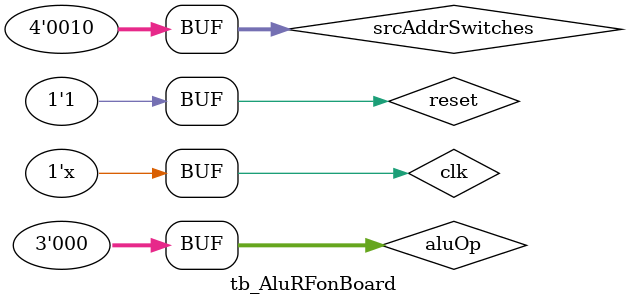
<source format=v>
/*************************************************************/
`timescale 1ns/1ns

module tb_AluRFonBoard #(parameter WIDTH = 16) ();
	
	reg clk, reset;
    reg [3:0] srcAddrSwitches = 4'b0001;
	reg [2:0] aluOp = 3'b000;

	// Instantiate modules
	AluRFonBoard UUT (
 	   .clk(clk), 
	   .reset(reset),
	   .srcAddrSwitches(srcAddrSwitches),
	   .aluOp(aluOp), 
	   .resultDataLeds(resultDataLeds) 
	);
	
	// Instantiate inputs
	initial begin
	   clk <= 0;
	   reset <= 1;
	end
		
	// Generate clock
	always #10 begin
	   clk = ~clk;
	end
		
	initial begin
	   ////////Test for Register File
	   ///TestWriting
	   #40;
       srcAddrSwitches <= 4'b0010;  

	end
	
endmodule 

</source>
